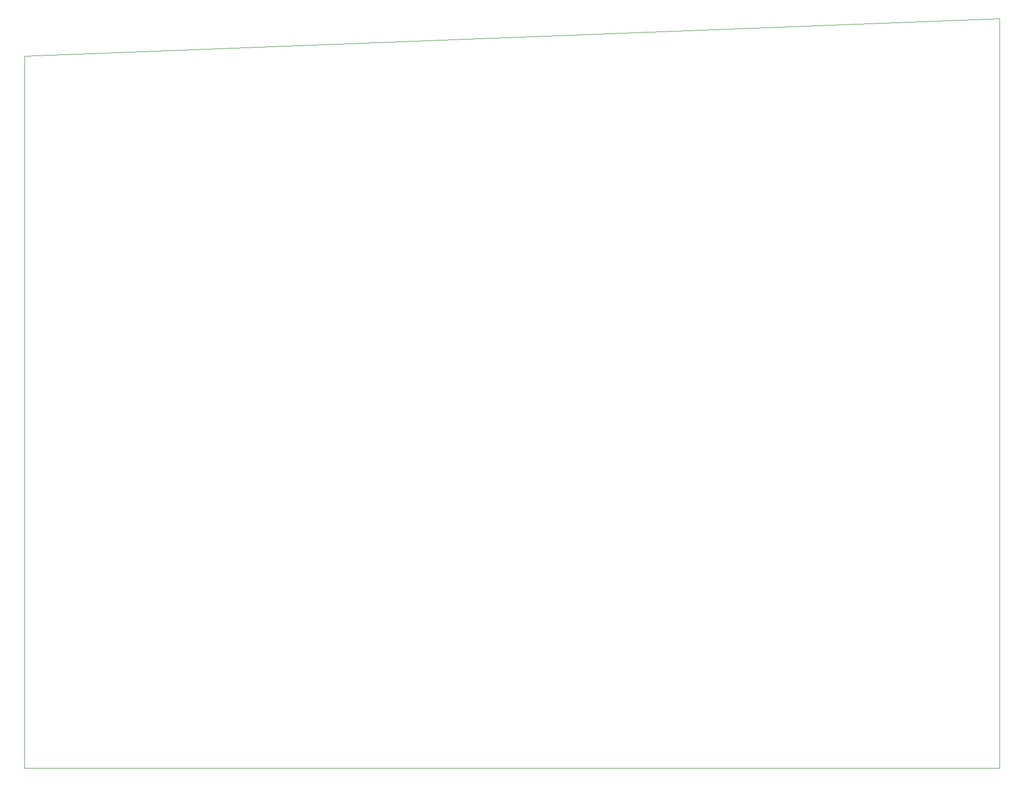
<source format=gbr>
%TF.GenerationSoftware,KiCad,Pcbnew,5.1.9*%
%TF.CreationDate,2021-04-08T17:50:56+05:30*%
%TF.ProjectId,protection,70726f74-6563-4746-996f-6e2e6b696361,rev?*%
%TF.SameCoordinates,Original*%
%TF.FileFunction,Profile,NP*%
%FSLAX46Y46*%
G04 Gerber Fmt 4.6, Leading zero omitted, Abs format (unit mm)*
G04 Created by KiCad (PCBNEW 5.1.9) date 2021-04-08 17:50:56*
%MOMM*%
%LPD*%
G01*
G04 APERTURE LIST*
%TA.AperFunction,Profile*%
%ADD10C,0.050000*%
%TD*%
G04 APERTURE END LIST*
D10*
X267970000Y-34290000D02*
X102870000Y-40640000D01*
X267970000Y-161290000D02*
X267970000Y-34290000D01*
X102870000Y-161290000D02*
X267970000Y-161290000D01*
X102870000Y-40640000D02*
X102870000Y-161290000D01*
M02*

</source>
